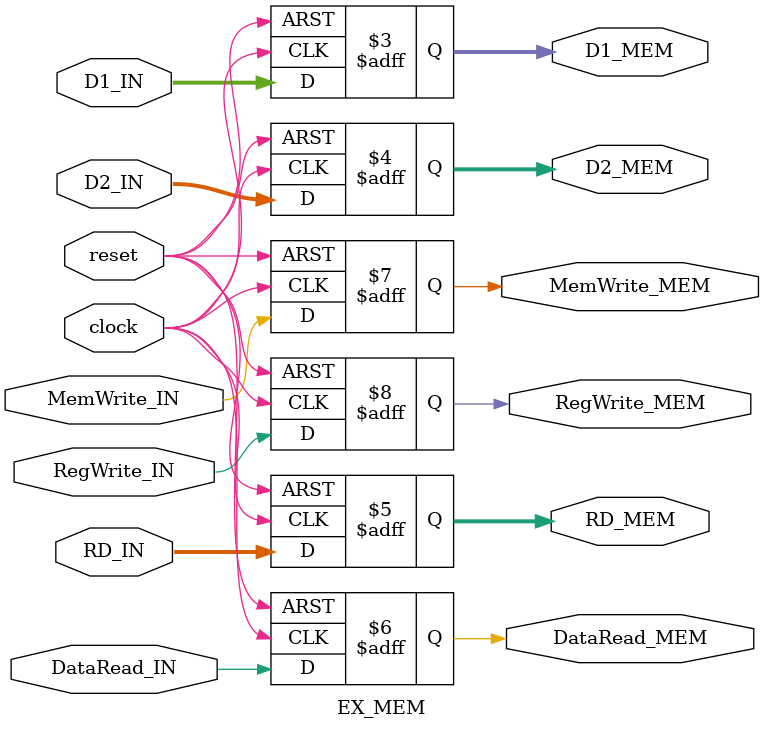
<source format=v>

module EX_MEM(
	input wire clock,
	input wire reset,
	input wire [31:0] D1_IN,
	input wire [31:0] D2_IN,
	input wire [4:0] RD_IN,
	input wire DataRead_IN,
	input wire MemWrite_IN,
	input wire RegWrite_IN,
	output reg [31:0] D1_MEM,
	output reg [31:0] D2_MEM,
	output reg [4:0] RD_MEM,
	output reg DataRead_MEM,
	output reg MemWrite_MEM,
	output reg RegWrite_MEM);
	
	// Write data on positive edge or reset
	always @(posedge clock or posedge reset) begin
		if(reset == 1'b1) begin
			D1_MEM <= 32'd0;
			D2_MEM <= 32'd0;
			RD_MEM <= 5'd0;
			DataRead_MEM <= 1'd0;
			MemWrite_MEM <= 1'd0;
			RegWrite_MEM <= 1'd0;
		end else begin
			D1_MEM <= D1_IN;
			D2_MEM <= D2_IN;
			RD_MEM <= RD_IN;
			DataRead_MEM <= DataRead_IN;
			MemWrite_MEM <= MemWrite_IN;
			RegWrite_MEM <= RegWrite_IN;
		end
	end
	
endmodule


</source>
